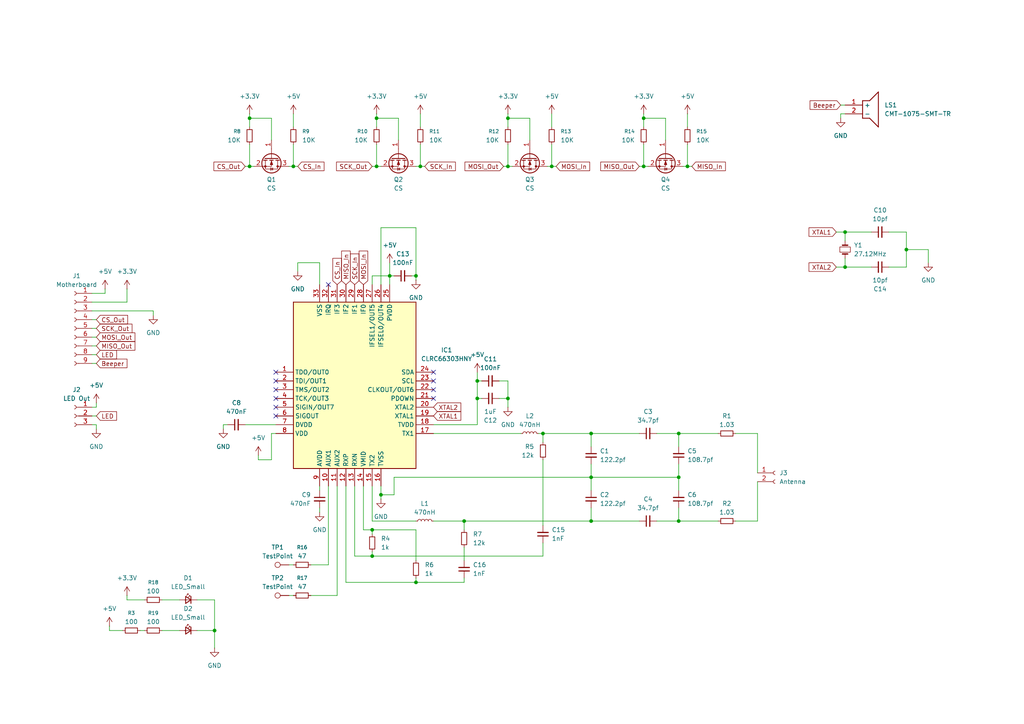
<source format=kicad_sch>
(kicad_sch (version 20250114) (generator "eeschema") (generator_version "9.0")
  (paper "A4")
  (lib_symbols
    (symbol "CLRC663:CLRC66303HNY"
      (property "Reference" "IC" (at 41.91 25.4 0))
      (property "Value" "CLRC66303HNY" (at 41.91 22.86 0))
      (symbol "CLRC66303HNY_1_1"
        (pin output line (at 0 0 0) (length 5.08) (name "TDO/OUT0") (number "1"))
        (pin input line (at 0 -2.54 0) (length 5.08) (name "TDI/OUT1") (number "2"))
        (pin input line (at 0 -5.08 0) (length 5.08) (name "TMS/OUT2") (number "3"))
        (pin input line (at 0 -7.62 0) (length 5.08) (name "TCK/OUT3") (number "4"))
        (pin bidirectional line (at 0 -10.16 0) (length 5.08) (name "SIGIN/OUT7") (number "5"))
        (pin output line (at 0 -12.7 0) (length 5.08) (name "SIGOUT") (number "6"))
        (pin power_in line (at 0 -15.24 0) (length 5.08) (name "DVDD") (number "7"))
        (pin power_in line (at 0 -17.78 0) (length 5.08) (name "VDD") (number "8"))
        (pin power_in line (at 12.7 25.4 270) (length 5.08) (name "VSS") (number "33"))
        (pin power_in line (at 12.7 -33.02 90) (length 5.08) (name "AVDD") (number "9"))
        (pin output line (at 15.24 25.4 270) (length 5.08) (name "IRQ") (number "32"))
        (pin output line (at 15.24 -33.02 90) (length 5.08) (name "AUX1") (number "10"))
        (pin bidirectional line (at 17.78 25.4 270) (length 5.08) (name "IF3") (number "31"))
        (pin output line (at 17.78 -33.02 90) (length 5.08) (name "AUX2") (number "11"))
        (pin bidirectional line (at 20.32 25.4 270) (length 5.08) (name "IF2") (number "30"))
        (pin input line (at 20.32 -33.02 90) (length 5.08) (name "RXP") (number "12"))
        (pin bidirectional line (at 22.86 25.4 270) (length 5.08) (name "IF1") (number "29"))
        (pin input line (at 22.86 -33.02 90) (length 5.08) (name "RXN") (number "13"))
        (pin bidirectional line (at 25.4 25.4 270) (length 5.08) (name "IF0") (number "28"))
        (pin power_in line (at 25.4 -33.02 90) (length 5.08) (name "VMID") (number "14"))
        (pin input line (at 27.94 25.4 270) (length 5.08) (name "IFSEL1/OUT5") (number "27"))
        (pin output line (at 27.94 -33.02 90) (length 5.08) (name "TX2") (number "15"))
        (pin input line (at 30.48 25.4 270) (length 5.08) (name "IFSEL0/OUT4") (number "26"))
        (pin power_in line (at 30.48 -33.02 90) (length 5.08) (name "TVSS") (number "16"))
        (pin power_in line (at 33.02 25.4 270) (length 5.08) (name "PVDD") (number "25"))
        (pin bidirectional line (at 45.72 0 180) (length 5.08) (name "SDA") (number "24"))
        (pin output line (at 45.72 -2.54 180) (length 5.08) (name "SCL") (number "23"))
        (pin output line (at 45.72 -5.08 180) (length 5.08) (name "CLKOUT/OUT6") (number "22"))
        (pin input line (at 45.72 -7.62 180) (length 5.08) (name "PDOWN") (number "21"))
        (pin input line (at 45.72 -10.16 180) (length 5.08) (name "XTAL2") (number "20"))
        (pin input line (at 45.72 -12.7 180) (length 5.08) (name "XTAL1") (number "19"))
        (pin power_in line (at 45.72 -15.24 180) (length 5.08) (name "TVDD") (number "18"))
        (pin output line (at 45.72 -17.78 180) (length 5.08) (name "TX1") (number "17"))
      )
    )
    (symbol "CMT-1075-SMT-TR:CMT-1075-SMT-TR"
      (property "Reference" "LS" (at 11.43 0 0))
      (property "Value" "CMT-1075-SMT-TR" (at 11.43 -2.54 0))
      (symbol "CMT-1075-SMT-TR_1_1"
        (pin passive line (at 0 0 0) (length 5.08) (name "+") (number "1"))
        (pin passive line (at 0 -2.54 0) (length 5.08) (name "-") (number "2"))
      )
    )
    (symbol "Connector:Conn_01x02_Socket" (pin_names (offset 1.016) (hide yes))
      (property "Reference" "J" (at 0 2.54 0))
      (property "Value" "Conn_01x02_Socket" (at 0 -5.08 0))
      (symbol "Conn_01x02_Socket_1_1"
        (pin passive line (at -5.08 0 0) (length 3.81) (name "Pin_1") (number "1"))
        (pin passive line (at -5.08 -2.54 0) (length 3.81) (name "Pin_2") (number "2"))
      )
    )
    (symbol "Connector:Conn_01x03_Socket" (pin_names (offset 1.016) (hide yes))
      (property "Reference" "J" (at 0 5.08 0))
      (property "Value" "Conn_01x03_Socket" (at 0 -5.08 0))
      (symbol "Conn_01x03_Socket_1_1"
        (pin passive line (at -5.08 2.54 0) (length 3.81) (name "Pin_1") (number "1"))
        (pin passive line (at -5.08 0 0) (length 3.81) (name "Pin_2") (number "2"))
        (pin passive line (at -5.08 -2.54 0) (length 3.81) (name "Pin_3") (number "3"))
      )
    )
    (symbol "Connector:Conn_01x09_Socket" (pin_names (offset 1.016) (hide yes))
      (property "Reference" "J" (at 0 12.7 0))
      (property "Value" "Conn_01x09_Socket" (at 0 -12.7 0))
      (symbol "Conn_01x09_Socket_1_1"
        (pin passive line (at -5.08 10.16 0) (length 3.81) (name "Pin_1") (number "1"))
        (pin passive line (at -5.08 7.62 0) (length 3.81) (name "Pin_2") (number "2"))
        (pin passive line (at -5.08 5.08 0) (length 3.81) (name "Pin_3") (number "3"))
        (pin passive line (at -5.08 2.54 0) (length 3.81) (name "Pin_4") (number "4"))
        (pin passive line (at -5.08 0 0) (length 3.81) (name "Pin_5") (number "5"))
        (pin passive line (at -5.08 -2.54 0) (length 3.81) (name "Pin_6") (number "6"))
        (pin passive line (at -5.08 -5.08 0) (length 3.81) (name "Pin_7") (number "7"))
        (pin passive line (at -5.08 -7.62 0) (length 3.81) (name "Pin_8") (number "8"))
        (pin passive line (at -5.08 -10.16 0) (length 3.81) (name "Pin_9") (number "9"))
      )
    )
    (symbol "Connector:TestPoint" (pin_numbers (hide yes)) (pin_names (offset 0.762) (hide yes))
      (property "Reference" "TP" (at 0 6.858 0))
      (property "Value" "TestPoint" (at 0 5.08 0))
      (symbol "TestPoint_1_1"
        (pin passive line (at 0 0 90) (length 2.54) (name "1") (number "1"))
      )
    )
    (symbol "Device:C_Small" (pin_numbers (hide yes)) (pin_names (offset 0.254) (hide yes))
      (property "Reference" "C" (at 0.254 1.778 0))
      (property "Value" "C_Small" (at 0.254 -2.032 0))
      (symbol "C_Small_1_1"
        (pin passive line (at 0 2.54 270) (length 2.032) (name "~") (number "1"))
        (pin passive line (at 0 -2.54 90) (length 2.032) (name "~") (number "2"))
      )
    )
    (symbol "Device:Crystal_Small" (pin_numbers (hide yes)) (pin_names (offset 1.016) (hide yes))
      (property "Reference" "Y" (at 0 2.54 0))
      (property "Value" "Crystal_Small" (at 0 -2.54 0))
      (symbol "Crystal_Small_1_1"
        (pin passive line (at -2.54 0 0) (length 1.27) (name "1") (number "1"))
        (pin passive line (at 2.54 0 180) (length 1.27) (name "2") (number "2"))
      )
    )
    (symbol "Device:LED_Small" (pin_numbers (hide yes)) (pin_names (offset 0.254) (hide yes))
      (property "Reference" "D" (at -1.27 3.175 0))
      (property "Value" "LED_Small" (at -4.445 -2.54 0))
      (symbol "LED_Small_1_1"
        (pin passive line (at -2.54 0 0) (length 1.778) (name "K") (number "1"))
        (pin passive line (at 2.54 0 180) (length 1.778) (name "A") (number "2"))
      )
    )
    (symbol "Device:L_Small" (pin_numbers (hide yes)) (pin_names (offset 0.254) (hide yes))
      (property "Reference" "L" (at 0.762 1.016 0))
      (property "Value" "L_Small" (at 0.762 -1.016 0))
      (symbol "L_Small_1_1"
        (pin passive line (at 0 2.54 270) (length 0.508) (name "~") (number "1"))
        (pin passive line (at 0 -2.54 90) (length 0.508) (name "~") (number "2"))
      )
    )
    (symbol "Device:R_Small" (pin_numbers (hide yes)) (pin_names (offset 0.254) (hide yes))
      (property "Reference" "R" (at 0.762 0.508 0))
      (property "Value" "R_Small" (at 0.762 -1.016 0))
      (symbol "R_Small_1_1"
        (pin passive line (at 0 2.54 270) (length 0.762) (name "~") (number "1"))
        (pin passive line (at 0 -2.54 90) (length 0.762) (name "~") (number "2"))
      )
    )
    (symbol "R_Small_1" (pin_numbers (hide yes)) (pin_names (offset 0.254) (hide yes))
      (property "Reference" "R" (at 0 0 90))
      (property "Value" "R_Small" (at 1.778 0 90))
      (symbol "R_Small_1_1_1"
        (pin passive line (at 0 2.54 270) (length 0.762) (name "~") (number "1"))
        (pin passive line (at 0 -2.54 90) (length 0.762) (name "~") (number "2"))
      )
    )
    (symbol "R_Small_2" (pin_numbers (hide yes)) (pin_names (offset 0.254) (hide yes))
      (property "Reference" "R" (at 0 0 90))
      (property "Value" "R_Small" (at 1.778 0 90))
      (symbol "R_Small_2_1_1"
        (pin passive line (at 0 2.54 270) (length 0.762) (name "~") (number "1"))
        (pin passive line (at 0 -2.54 90) (length 0.762) (name "~") (number "2"))
      )
    )
    (symbol "R_Small_3" (pin_numbers (hide yes)) (pin_names (offset 0.254) (hide yes))
      (property "Reference" "R" (at 0 0 90))
      (property "Value" "R_Small" (at 1.778 0 90))
      (symbol "R_Small_3_1_1"
        (pin passive line (at 0 2.54 270) (length 0.762) (name "~") (number "1"))
        (pin passive line (at 0 -2.54 90) (length 0.762) (name "~") (number "2"))
      )
    )
    (symbol "Transistor_FET:BSS138" (pin_names (offset 0) (hide yes))
      (property "Reference" "Q" (at 5.08 1.905 0))
      (property "Value" "BSS138" (at 5.08 0 0))
      (symbol "BSS138_1_1"
        (pin input line (at -5.08 0 0) (length 2.54) (name "G") (number "1"))
        (pin passive line (at 2.54 5.08 270) (length 2.54) (name "D") (number "3"))
        (pin passive line (at 2.54 -5.08 90) (length 2.54) (name "S") (number "2"))
      )
    )
    (symbol "power:+3.3V" (power) (pin_numbers (hide yes)) (pin_names (offset 0) (hide yes))
      (property "Value" "+3.3V" (at 0 3.556 0))
      (symbol "+3.3V_1_1"
        (pin power_in line (at 0 0 90) (length 0) (name "~") (number "1"))
      )
    )
    (symbol "power:+5V" (power) (pin_numbers (hide yes)) (pin_names (offset 0) (hide yes))
      (property "Value" "+5V" (at 0 3.556 0))
      (symbol "+5V_1_1"
        (pin power_in line (at 0 0 90) (length 0) (name "~") (number "1"))
      )
    )
    (symbol "power:GND" (power) (pin_numbers (hide yes)) (pin_names (offset 0) (hide yes))
      (property "Value" "GND" (at 0 -3.81 0))
      (symbol "GND_1_1"
        (pin power_in line (at 0 0 270) (length 0) (name "~") (number "1"))
      )
    )
  )
  (junction (at 245.11 67.31))
  (junction (at 160.02 48.26))
  (junction (at 134.62 151.13))
  (junction (at 107.95 153.67))
  (junction (at 196.85 151.13))
  (junction (at 62.23 182.88))
  (junction (at 147.32 34.29))
  (junction (at 110.49 143.51))
  (junction (at 171.45 151.13))
  (junction (at 171.45 138.43))
  (junction (at 196.85 125.73))
  (junction (at 107.95 161.29))
  (junction (at 262.89 72.39))
  (junction (at 85.09 48.26))
  (junction (at 138.43 115.57))
  (junction (at 186.69 34.29))
  (junction (at 199.39 48.26))
  (junction (at 147.32 48.26))
  (junction (at 72.39 48.26))
  (junction (at 120.65 80.01))
  (junction (at 157.48 125.73))
  (junction (at 245.11 77.47))
  (junction (at 186.69 48.26))
  (junction (at 121.92 48.26))
  (junction (at 113.03 80.01))
  (junction (at 138.43 110.49))
  (junction (at 147.32 115.57))
  (junction (at 109.22 34.29))
  (junction (at 120.65 168.91))
  (junction (at 171.45 125.73))
  (junction (at 72.39 34.29))
  (junction (at 196.85 138.43))
  (junction (at 109.22 48.26))
  (no_connect (at 80.01 118.11))
  (no_connect (at 80.01 120.65))
  (no_connect (at 125.73 110.49))
  (no_connect (at 95.25 82.55))
  (no_connect (at 125.73 113.03))
  (no_connect (at 125.73 107.95))
  (no_connect (at 125.73 115.57))
  (no_connect (at 80.01 110.49))
  (no_connect (at 80.01 113.03))
  (no_connect (at 80.01 107.95))
  (no_connect (at 80.01 115.57))
  (wire (pts (xy 86.36 76.2) (xy 86.36 78.74)))
  (wire (pts (xy 245.11 77.47) (xy 252.73 77.47)))
  (wire (pts (xy 66.04 123.19) (xy 64.77 123.19)))
  (wire (pts (xy 199.39 48.26) (xy 200.66 48.26)))
  (wire (pts (xy 27.94 100.33) (xy 26.67 100.33)))
  (wire (pts (xy 196.85 134.62) (xy 196.85 138.43)))
  (wire (pts (xy 92.71 82.55) (xy 92.71 76.2)))
  (wire (pts (xy 147.32 41.91) (xy 147.32 48.26)))
  (wire (pts (xy 245.11 74.93) (xy 245.11 77.47)))
  (wire (pts (xy 27.94 95.25) (xy 26.67 95.25)))
  (wire (pts (xy 107.95 151.13) (xy 120.65 151.13)))
  (wire (pts (xy 27.94 97.79) (xy 26.67 97.79)))
  (wire (pts (xy 262.89 72.39) (xy 262.89 77.47)))
  (wire (pts (xy 138.43 115.57) (xy 139.7 115.57)))
  (wire (pts (xy 80.01 125.73) (xy 78.74 125.73)))
  (wire (pts (xy 213.36 151.13) (xy 219.71 151.13)))
  (wire (pts (xy 27.94 105.41) (xy 26.67 105.41)))
  (wire (pts (xy 26.67 85.09) (xy 30.48 85.09)))
  (wire (pts (xy 160.02 33.02) (xy 160.02 36.83)))
  (wire (pts (xy 120.65 168.91) (xy 134.62 168.91)))
  (wire (pts (xy 171.45 151.13) (xy 185.42 151.13)))
  (wire (pts (xy 83.82 163.83) (xy 85.09 163.83)))
  (wire (pts (xy 85.09 48.26) (xy 83.82 48.26)))
  (wire (pts (xy 92.71 76.2) (xy 86.36 76.2)))
  (wire (pts (xy 245.11 67.31) (xy 245.11 69.85)))
  (wire (pts (xy 121.92 48.26) (xy 123.19 48.26)))
  (wire (pts (xy 157.48 125.73) (xy 157.48 128.27)))
  (wire (pts (xy 269.24 72.39) (xy 262.89 72.39)))
  (wire (pts (xy 242.57 67.31) (xy 245.11 67.31)))
  (wire (pts (xy 157.48 125.73) (xy 171.45 125.73)))
  (wire (pts (xy 78.74 125.73) (xy 78.74 133.35)))
  (wire (pts (xy 125.73 151.13) (xy 134.62 151.13)))
  (wire (pts (xy 26.67 123.19) (xy 27.94 123.19)))
  (wire (pts (xy 171.45 125.73) (xy 185.42 125.73)))
  (wire (pts (xy 72.39 34.29) (xy 72.39 36.83)))
  (wire (pts (xy 72.39 48.26) (xy 73.66 48.26)))
  (wire (pts (xy 85.09 33.02) (xy 85.09 36.83)))
  (wire (pts (xy 196.85 147.32) (xy 196.85 151.13)))
  (wire (pts (xy 120.65 167.64) (xy 120.65 168.91)))
  (wire (pts (xy 199.39 33.02) (xy 199.39 36.83)))
  (wire (pts (xy 160.02 41.91) (xy 160.02 48.26)))
  (wire (pts (xy 245.11 67.31) (xy 252.73 67.31)))
  (wire (pts (xy 85.09 48.26) (xy 86.36 48.26)))
  (wire (pts (xy 114.3 138.43) (xy 171.45 138.43)))
  (wire (pts (xy 110.49 144.78) (xy 110.49 143.51)))
  (wire (pts (xy 27.94 116.84) (xy 27.94 118.11)))
  (wire (pts (xy 157.48 157.48) (xy 157.48 161.29)))
  (wire (pts (xy 243.84 33.02) (xy 243.84 34.29)))
  (wire (pts (xy 156.21 125.73) (xy 157.48 125.73)))
  (wire (pts (xy 27.94 123.19) (xy 27.94 124.46)))
  (wire (pts (xy 90.17 172.72) (xy 97.79 172.72)))
  (wire (pts (xy 46.99 182.88) (xy 52.07 182.88)))
  (wire (pts (xy 114.3 138.43) (xy 114.3 143.51)))
  (wire (pts (xy 57.15 173.99) (xy 62.23 173.99)))
  (wire (pts (xy 157.48 133.35) (xy 157.48 152.4)))
  (wire (pts (xy 171.45 125.73) (xy 171.45 129.54)))
  (wire (pts (xy 113.03 76.2) (xy 113.03 80.01)))
  (wire (pts (xy 190.5 125.73) (xy 196.85 125.73)))
  (wire (pts (xy 92.71 147.32) (xy 92.71 148.59)))
  (wire (pts (xy 62.23 182.88) (xy 62.23 187.96)))
  (wire (pts (xy 160.02 48.26) (xy 161.29 48.26)))
  (wire (pts (xy 110.49 66.04) (xy 120.65 66.04)))
  (wire (pts (xy 160.02 48.26) (xy 158.75 48.26)))
  (wire (pts (xy 134.62 151.13) (xy 134.62 153.67)))
  (wire (pts (xy 85.09 41.91) (xy 85.09 48.26)))
  (wire (pts (xy 92.71 140.97) (xy 92.71 142.24)))
  (wire (pts (xy 134.62 158.75) (xy 134.62 162.56)))
  (wire (pts (xy 97.79 172.72) (xy 97.79 140.97)))
  (wire (pts (xy 27.94 120.65) (xy 26.67 120.65)))
  (wire (pts (xy 114.3 80.01) (xy 113.03 80.01)))
  (wire (pts (xy 146.05 48.26) (xy 147.32 48.26)))
  (wire (pts (xy 120.65 153.67) (xy 120.65 162.56)))
  (wire (pts (xy 36.83 173.99) (xy 36.83 172.72)))
  (wire (pts (xy 107.95 140.97) (xy 107.95 151.13)))
  (wire (pts (xy 245.11 33.02) (xy 243.84 33.02)))
  (wire (pts (xy 41.91 173.99) (xy 36.83 173.99)))
  (wire (pts (xy 153.67 40.64) (xy 153.67 34.29)))
  (wire (pts (xy 107.95 82.55) (xy 107.95 80.01)))
  (wire (pts (xy 102.87 140.97) (xy 102.87 161.29)))
  (wire (pts (xy 102.87 161.29) (xy 107.95 161.29)))
  (wire (pts (xy 115.57 40.64) (xy 115.57 34.29)))
  (wire (pts (xy 105.41 153.67) (xy 107.95 153.67)))
  (wire (pts (xy 243.84 30.48) (xy 245.11 30.48)))
  (wire (pts (xy 121.92 41.91) (xy 121.92 48.26)))
  (wire (pts (xy 107.95 48.26) (xy 109.22 48.26)))
  (wire (pts (xy 147.32 34.29) (xy 147.32 36.83)))
  (wire (pts (xy 30.48 85.09) (xy 30.48 83.82)))
  (wire (pts (xy 196.85 125.73) (xy 208.28 125.73)))
  (wire (pts (xy 171.45 134.62) (xy 171.45 138.43)))
  (wire (pts (xy 171.45 147.32) (xy 171.45 151.13)))
  (wire (pts (xy 107.95 153.67) (xy 120.65 153.67)))
  (wire (pts (xy 257.81 67.31) (xy 262.89 67.31)))
  (wire (pts (xy 186.69 41.91) (xy 186.69 48.26)))
  (wire (pts (xy 125.73 125.73) (xy 151.13 125.73)))
  (wire (pts (xy 138.43 115.57) (xy 138.43 110.49)))
  (wire (pts (xy 109.22 34.29) (xy 109.22 36.83)))
  (wire (pts (xy 190.5 151.13) (xy 196.85 151.13)))
  (wire (pts (xy 72.39 41.91) (xy 72.39 48.26)))
  (wire (pts (xy 100.33 140.97) (xy 100.33 168.91)))
  (wire (pts (xy 100.33 168.91) (xy 120.65 168.91)))
  (wire (pts (xy 193.04 40.64) (xy 193.04 34.29)))
  (wire (pts (xy 153.67 34.29) (xy 147.32 34.29)))
  (wire (pts (xy 193.04 34.29) (xy 186.69 34.29)))
  (wire (pts (xy 105.41 140.97) (xy 105.41 153.67)))
  (wire (pts (xy 196.85 151.13) (xy 208.28 151.13)))
  (wire (pts (xy 196.85 138.43) (xy 196.85 142.24)))
  (wire (pts (xy 219.71 139.7) (xy 219.71 151.13)))
  (wire (pts (xy 120.65 66.04) (xy 120.65 80.01)))
  (wire (pts (xy 78.74 34.29) (xy 72.39 34.29)))
  (wire (pts (xy 171.45 138.43) (xy 171.45 142.24)))
  (wire (pts (xy 46.99 173.99) (xy 52.07 173.99)))
  (wire (pts (xy 147.32 118.11) (xy 147.32 115.57)))
  (wire (pts (xy 107.95 160.02) (xy 107.95 161.29)))
  (wire (pts (xy 110.49 140.97) (xy 110.49 143.51)))
  (wire (pts (xy 171.45 138.43) (xy 196.85 138.43)))
  (wire (pts (xy 40.64 182.88) (xy 41.91 182.88)))
  (wire (pts (xy 138.43 123.19) (xy 138.43 115.57)))
  (wire (pts (xy 144.78 110.49) (xy 147.32 110.49)))
  (wire (pts (xy 64.77 123.19) (xy 64.77 124.46)))
  (wire (pts (xy 147.32 110.49) (xy 147.32 115.57)))
  (wire (pts (xy 62.23 173.99) (xy 62.23 182.88)))
  (wire (pts (xy 27.94 102.87) (xy 26.67 102.87)))
  (wire (pts (xy 185.42 48.26) (xy 186.69 48.26)))
  (wire (pts (xy 26.67 90.17) (xy 44.45 90.17)))
  (wire (pts (xy 121.92 33.02) (xy 121.92 36.83)))
  (wire (pts (xy 125.73 123.19) (xy 138.43 123.19)))
  (wire (pts (xy 71.12 123.19) (xy 80.01 123.19)))
  (wire (pts (xy 71.12 48.26) (xy 72.39 48.26)))
  (wire (pts (xy 31.75 182.88) (xy 31.75 181.61)))
  (wire (pts (xy 186.69 33.02) (xy 186.69 34.29)))
  (wire (pts (xy 78.74 40.64) (xy 78.74 34.29)))
  (wire (pts (xy 199.39 41.91) (xy 199.39 48.26)))
  (wire (pts (xy 74.93 133.35) (xy 74.93 132.08)))
  (wire (pts (xy 109.22 48.26) (xy 110.49 48.26)))
  (wire (pts (xy 36.83 87.63) (xy 36.83 83.82)))
  (wire (pts (xy 110.49 82.55) (xy 110.49 66.04)))
  (wire (pts (xy 186.69 34.29) (xy 186.69 36.83)))
  (wire (pts (xy 57.15 182.88) (xy 62.23 182.88)))
  (wire (pts (xy 262.89 77.47) (xy 257.81 77.47)))
  (wire (pts (xy 199.39 48.26) (xy 198.12 48.26)))
  (wire (pts (xy 83.82 172.72) (xy 85.09 172.72)))
  (wire (pts (xy 196.85 125.73) (xy 196.85 129.54)))
  (wire (pts (xy 147.32 115.57) (xy 144.78 115.57)))
  (wire (pts (xy 134.62 151.13) (xy 171.45 151.13)))
  (wire (pts (xy 27.94 118.11) (xy 26.67 118.11)))
  (wire (pts (xy 110.49 143.51) (xy 114.3 143.51)))
  (wire (pts (xy 44.45 90.17) (xy 44.45 91.44)))
  (wire (pts (xy 78.74 133.35) (xy 74.93 133.35)))
  (wire (pts (xy 107.95 161.29) (xy 157.48 161.29)))
  (wire (pts (xy 138.43 110.49) (xy 138.43 107.95)))
  (wire (pts (xy 115.57 34.29) (xy 109.22 34.29)))
  (wire (pts (xy 219.71 125.73) (xy 219.71 137.16)))
  (wire (pts (xy 213.36 125.73) (xy 219.71 125.73)))
  (wire (pts (xy 72.39 33.02) (xy 72.39 34.29)))
  (wire (pts (xy 113.03 80.01) (xy 113.03 82.55)))
  (wire (pts (xy 27.94 92.71) (xy 26.67 92.71)))
  (wire (pts (xy 107.95 153.67) (xy 107.95 154.94)))
  (wire (pts (xy 147.32 48.26) (xy 148.59 48.26)))
  (wire (pts (xy 95.25 163.83) (xy 90.17 163.83)))
  (wire (pts (xy 95.25 140.97) (xy 95.25 163.83)))
  (wire (pts (xy 109.22 41.91) (xy 109.22 48.26)))
  (wire (pts (xy 107.95 80.01) (xy 113.03 80.01)))
  (wire (pts (xy 242.57 77.47) (xy 245.11 77.47)))
  (wire (pts (xy 269.24 76.2) (xy 269.24 72.39)))
  (wire (pts (xy 138.43 110.49) (xy 139.7 110.49)))
  (wire (pts (xy 134.62 167.64) (xy 134.62 168.91)))
  (wire (pts (xy 26.67 87.63) (xy 36.83 87.63)))
  (wire (pts (xy 147.32 33.02) (xy 147.32 34.29)))
  (wire (pts (xy 109.22 33.02) (xy 109.22 34.29)))
  (wire (pts (xy 186.69 48.26) (xy 187.96 48.26)))
  (wire (pts (xy 31.75 182.88) (xy 35.56 182.88)))
  (wire (pts (xy 121.92 48.26) (xy 120.65 48.26)))
  (wire (pts (xy 120.65 81.28) (xy 120.65 80.01)))
  (wire (pts (xy 120.65 80.01) (xy 119.38 80.01)))
  (wire (pts (xy 262.89 67.31) (xy 262.89 72.39)))
  (global_label "XTAL2" (shape input) (at 242.57 77.47 180) (property "Intersheetrefs" "${INTERSHEET_REFS}" (effects (hide yes))))
  (global_label "Beeper" (shape input) (at 243.84 30.48 180) (property "Intersheetrefs" "${INTERSHEET_REFS}" (effects (hide yes))))
  (global_label "Beeper" (shape input) (at 27.94 105.41 0) (property "Intersheetrefs" "${INTERSHEET_REFS}" (effects (hide yes))))
  (global_label "SCK_Out" (shape input) (at 27.94 95.25 0) (property "Intersheetrefs" "${INTERSHEET_REFS}" (effects (hide yes))))
  (global_label "SCK_In" (shape input) (at 102.87 82.55 90) (property "Intersheetrefs" "${INTERSHEET_REFS}" (effects (hide yes))))
  (global_label "LED" (shape input) (at 27.94 102.87 0) (property "Intersheetrefs" "${INTERSHEET_REFS}" (effects (hide yes))))
  (global_label "XTAL1" (shape input) (at 125.73 120.65 0) (property "Intersheetrefs" "${INTERSHEET_REFS}" (effects (hide yes))))
  (global_label "MOSI_In" (shape input) (at 161.29 48.26 0) (property "Intersheetrefs" "${INTERSHEET_REFS}" (effects (hide yes))))
  (global_label "CS_In" (shape input) (at 97.79 82.55 90) (property "Intersheetrefs" "${INTERSHEET_REFS}" (effects (hide yes))))
  (global_label "XTAL1" (shape input) (at 242.57 67.31 180) (property "Intersheetrefs" "${INTERSHEET_REFS}" (effects (hide yes))))
  (global_label "SCK_In" (shape input) (at 123.19 48.26 0) (property "Intersheetrefs" "${INTERSHEET_REFS}" (effects (hide yes))))
  (global_label "CS_Out" (shape input) (at 71.12 48.26 180) (property "Intersheetrefs" "${INTERSHEET_REFS}" (effects (hide yes))))
  (global_label "MOSI_Out" (shape input) (at 146.05 48.26 180) (property "Intersheetrefs" "${INTERSHEET_REFS}" (effects (hide yes))))
  (global_label "MISO_In" (shape input) (at 100.33 82.55 90) (property "Intersheetrefs" "${INTERSHEET_REFS}" (effects (hide yes))))
  (global_label "SCK_Out" (shape input) (at 107.95 48.26 180) (property "Intersheetrefs" "${INTERSHEET_REFS}" (effects (hide yes))))
  (global_label "XTAL2" (shape input) (at 125.73 118.11 0) (property "Intersheetrefs" "${INTERSHEET_REFS}" (effects (hide yes))))
  (global_label "CS_In" (shape input) (at 86.36 48.26 0) (property "Intersheetrefs" "${INTERSHEET_REFS}" (effects (hide yes))))
  (global_label "CS_Out" (shape input) (at 27.94 92.71 0) (property "Intersheetrefs" "${INTERSHEET_REFS}" (effects (hide yes))))
  (global_label "MOSI_Out" (shape input) (at 27.94 97.79 0) (property "Intersheetrefs" "${INTERSHEET_REFS}" (effects (hide yes))))
  (global_label "MISO_Out" (shape input) (at 27.94 100.33 0) (property "Intersheetrefs" "${INTERSHEET_REFS}" (effects (hide yes))))
  (global_label "LED" (shape input) (at 27.94 120.65 0) (property "Intersheetrefs" "${INTERSHEET_REFS}" (effects (hide yes))))
  (global_label "MISO_In" (shape input) (at 200.66 48.26 0) (property "Intersheetrefs" "${INTERSHEET_REFS}" (effects (hide yes))))
  (global_label "MOSI_In" (shape input) (at 105.41 82.55 90) (property "Intersheetrefs" "${INTERSHEET_REFS}" (effects (hide yes))))
  (global_label "MISO_Out" (shape input) (at 185.42 48.26 180) (property "Intersheetrefs" "${INTERSHEET_REFS}" (effects (hide yes))))
  (symbol (lib_id "power:GND") (at 27.94 124.46 0) (unit 1)
    (property "Reference" "#PWR09" (effects (hide yes)))
    (property "Value" "GND" (at 27.94 129.54 0))
    (property "Description" "Power symbol creates a global label with name \"GND\" , ground" (effects (hide yes)))
  )
  (symbol (lib_id "Device:R_Small") (at 107.95 157.48 180) (unit 1)
    (property "Reference" "R4" (at 110.49 156.2099 0) (effects (justify right)))
    (property "Value" "1k" (at 110.49 158.7499 0) (effects (justify right)))
    (property "Footprint" "Resistor_SMD:R_0805_2012Metric_Pad1.20x1.40mm_HandSolder" (effects (hide yes)))
    (property "Datasheet" "https://www.mouser.com/ProductDetail/Vishay/TNPW08051K00FEEA?qs=4CveT0Ftx0oXPRWW%252BDtRJw%3D%3D" (effects (hide yes)))
    (property "Description" "Resistor, small symbol" (effects (hide yes)))
  )
  (symbol (lib_id "Device:C_Small") (at 187.96 125.73 90) (unit 1)
    (property "Reference" "C3" (at 187.9663 119.38 90))
    (property "Value" "34.7pf" (at 187.9663 121.92 90))
    (property "Footprint" "Capacitor_SMD:C_0805_2012Metric_Pad1.18x1.45mm_HandSolder" (effects (hide yes)))
    (property "Datasheet" "https://www.mouser.com/ProductDetail/KEMET/C0805C330J5RACTU?qs=tkIRCsln7%2F6OV6BYW6dXyA%3D%3D" (effects (hide yes)))
    (property "Description" "Unpolarized capacitor, small symbol" (effects (hide yes)))
  )
  (symbol (lib_id "Device:L_Small") (at 123.19 151.13 90) (unit 1)
    (property "Reference" "L1" (at 123.19 146.05 90))
    (property "Value" "470nH" (at 123.19 148.59 90))
    (property "Footprint" "Inductor_SMD:L_0805_2012Metric_Pad1.15x1.40mm_HandSolder" (effects (hide yes)))
    (property "Datasheet" "https://www.mouser.com/ProductDetail/Eaton-Electronics/MCL2012V2-471-R?qs=uwxL4vQweFP%252B2BrSw%2Fj1Ew%3D%3D" (effects (hide yes)))
    (property "Description" "Inductor, small symbol" (effects (hide yes)))
  )
  (symbol (lib_id "Transistor_FET:BSS138") (at 153.67 45.72 270) (unit 1)
    (property "Reference" "Q3" (at 153.67 52.07 90))
    (property "Value" "CS" (at 153.67 54.61 90))
    (property "Footprint" "Package_TO_SOT_SMD:SOT-23" (effects (hide yes)))
    (property "Datasheet" "https://www.onsemi.com/pub/Collateral/BSS138-D.PDF" (effects (hide yes)))
    (property "Description" "50V Vds, 0.22A Id, N-Channel MOSFET, SOT-23" (effects (hide yes)))
  )
  (symbol (lib_id "power:GND") (at 110.49 144.78 0) (unit 1)
    (property "Reference" "#PWR020" (effects (hide yes)))
    (property "Value" "GND" (at 110.49 149.86 0))
    (property "Description" "Power symbol creates a global label with name \"GND\" , ground" (effects (hide yes)))
  )
  (symbol (lib_id "power:+5V") (at 138.43 107.95 0) (unit 1)
    (property "Reference" "#PWR015" (effects (hide yes)))
    (property "Value" "+5V" (at 138.43 102.87 0))
    (property "Description" "Power symbol creates a global label with name \"+5V\"" (effects (hide yes)))
  )
  (symbol (lib_id "Device:C_Small") (at 92.71 144.78 0) (mirror y) (unit 1)
    (property "Reference" "C9" (at 90.17 143.5162 0) (effects (justify left)))
    (property "Value" "470nF" (at 90.17 146.0562 0) (effects (justify left)))
    (property "Footprint" "Capacitor_SMD:C_0805_2012Metric_Pad1.18x1.45mm_HandSolder" (effects (hide yes)))
    (property "Datasheet" "https://www.mouser.com/ProductDetail/KEMET/C0805C474J5REC7210?qs=55YtniHzbhBIB%252B2OjgsYHA%3D%3D" (effects (hide yes)))
    (property "Description" "Unpolarized capacitor, small symbol" (effects (hide yes)))
  )
  (symbol (lib_id "power:GND") (at 86.36 78.74 0) (unit 1)
    (property "Reference" "#PWR017" (effects (hide yes)))
    (property "Value" "GND" (at 86.36 83.82 0))
    (property "Description" "Power symbol creates a global label with name \"GND\" , ground" (effects (hide yes)))
  )
  (symbol (lib_id "power:+5V") (at 27.94 116.84 0) (unit 1)
    (property "Reference" "#PWR08" (effects (hide yes)))
    (property "Value" "+5V" (at 27.94 111.76 0))
    (property "Description" "Power symbol creates a global label with name \"+5V\"" (effects (hide yes)))
  )
  (symbol (lib_id "Device:C_Small") (at 255.27 67.31 90) (unit 1)
    (property "Reference" "C10" (at 255.2763 60.96 90))
    (property "Value" "10pf" (at 255.2763 63.5 90))
    (property "Footprint" "Capacitor_SMD:C_0805_2012Metric_Pad1.18x1.45mm_HandSolder" (effects (hide yes)))
    (property "Datasheet" "https://www.mouser.com/ProductDetail/KEMET/C0805C100J5RACTU?qs=1JqqoYsYnNenNYMyFue%2FYw%3D%3D" (effects (hide yes)))
    (property "Description" "Unpolarized capacitor, small symbol" (effects (hide yes)))
  )
  (symbol (lib_id "power:+3.3V") (at 36.83 83.82 0) (unit 1)
    (property "Reference" "#PWR011" (effects (hide yes)))
    (property "Value" "+3.3V" (at 36.83 78.74 0))
    (property "Description" "Power symbol creates a global label with name \"+3.3V\"" (effects (hide yes)))
  )
  (symbol (lib_name "R_Small_1") (lib_id "Device:R_Small") (at 72.39 39.37 0) (unit 1)
    (property "Reference" "R8" (at 69.85 38.0999 0) (effects (font (size 1.016 1.016)) (justify right)))
    (property "Value" "10K" (at 69.85 40.6399 0) (effects (justify right)))
    (property "Footprint" "Resistor_SMD:R_0805_2012Metric_Pad1.20x1.40mm_HandSolder" (effects (hide yes)))
    (property "Datasheet" "https://www.mouser.com/ProductDetail/279-CPF0805F10KC1" (effects (hide yes)))
    (property "Description" "Resistor, small symbol" (effects (hide yes)))
  )
  (symbol (lib_name "R_Small_1") (lib_id "Device:R_Small") (at 85.09 39.37 0) (mirror y) (unit 1)
    (property "Reference" "R9" (at 87.63 38.0999 0) (effects (font (size 1.016 1.016)) (justify right)))
    (property "Value" "10K" (at 87.63 40.6399 0) (effects (justify right)))
    (property "Footprint" "Resistor_SMD:R_0805_2012Metric_Pad1.20x1.40mm_HandSolder" (effects (hide yes)))
    (property "Datasheet" "https://www.mouser.com/ProductDetail/279-CPF0805F10KC1" (effects (hide yes)))
    (property "Description" "Resistor, small symbol" (effects (hide yes)))
  )
  (symbol (lib_id "power:GND") (at 120.65 81.28 0) (unit 1)
    (property "Reference" "#PWR019" (effects (hide yes)))
    (property "Value" "GND" (at 120.65 86.36 0))
    (property "Description" "Power symbol creates a global label with name \"GND\" , ground" (effects (hide yes)))
  )
  (symbol (lib_id "power:+3.3V") (at 36.83 172.72 0) (unit 1)
    (property "Reference" "#PWR028" (effects (hide yes)))
    (property "Value" "+3.3V" (at 36.83 167.64 0))
    (property "Description" "Power symbol creates a global label with name \"+3.3V\"" (effects (hide yes)))
  )
  (symbol (lib_id "Transistor_FET:BSS138") (at 78.74 45.72 270) (unit 1)
    (property "Reference" "Q1" (at 78.74 52.07 90))
    (property "Value" "CS" (at 78.74 54.61 90))
    (property "Footprint" "Package_TO_SOT_SMD:SOT-23" (effects (hide yes)))
    (property "Datasheet" "https://www.onsemi.com/pub/Collateral/BSS138-D.PDF" (effects (hide yes)))
    (property "Description" "50V Vds, 0.22A Id, N-Channel MOSFET, SOT-23" (effects (hide yes)))
  )
  (symbol (lib_id "Transistor_FET:BSS138") (at 115.57 45.72 270) (unit 1)
    (property "Reference" "Q2" (at 115.57 52.07 90))
    (property "Value" "CS" (at 115.57 54.61 90))
    (property "Footprint" "Package_TO_SOT_SMD:SOT-23" (effects (hide yes)))
    (property "Datasheet" "https://www.onsemi.com/pub/Collateral/BSS138-D.PDF" (effects (hide yes)))
    (property "Description" "50V Vds, 0.22A Id, N-Channel MOSFET, SOT-23" (effects (hide yes)))
  )
  (symbol (lib_id "power:GND") (at 92.71 148.59 0) (unit 1)
    (property "Reference" "#PWR03" (effects (hide yes)))
    (property "Value" "GND" (at 92.71 153.67 0))
    (property "Description" "Power symbol creates a global label with name \"GND\" , ground" (effects (hide yes)))
  )
  (symbol (lib_id "power:+5V") (at 160.02 33.02 0) (unit 1)
    (property "Reference" "#PWR025" (effects (hide yes)))
    (property "Value" "+5V" (at 160.02 27.94 0))
    (property "Description" "Power symbol creates a global label with name \"+5V\"" (effects (hide yes)))
  )
  (symbol (lib_name "R_Small_3") (lib_id "Device:R_Small") (at 44.45 182.88 90) (unit 1)
    (property "Reference" "R19" (at 44.45 177.8 90) (effects (font (size 1.016 1.016))))
    (property "Value" "100" (at 44.45 180.34 90))
    (property "Footprint" "Resistor_SMD:R_0805_2012Metric_Pad1.20x1.40mm_HandSolder" (effects (hide yes)))
    (property "Datasheet" "https://www.mouser.com/ProductDetail/Panasonic/ERA-6AEB101V?qs=1VWA5LkbEao8sH84VneDFA%3D%3D" (effects (hide yes)))
    (property "Description" "Resistor, small symbol" (effects (hide yes)))
  )
  (symbol (lib_id "Device:LED_Small") (at 54.61 182.88 0) (mirror y) (unit 1)
    (property "Reference" "D2" (at 54.5465 176.53 0))
    (property "Value" "LED_Small" (at 54.5465 179.07 0))
    (property "Footprint" "LED_SMD:LED_0805_2012Metric_Pad1.15x1.40mm_HandSolder" (effects (hide yes)))
    (property "Datasheet" "https://www.mouser.com/ProductDetail/Kingbright/APT2012PGW?qs=sGAEpiMZZMvVL5Kk7ZYykdz0UeQSxyTlrYah0Y9rf3M%3D" (effects (hide yes)))
    (property "Description" "Light emitting diode, small symbol" (effects (hide yes)))
    (property "Sim.Pin" "1=K 2=A" (effects (hide yes)))
  )
  (symbol (lib_id "power:GND") (at 243.84 34.29 0) (unit 1)
    (property "Reference" "#PWR021" (effects (hide yes)))
    (property "Value" "GND" (at 243.84 39.37 0))
    (property "Description" "Power symbol creates a global label with name \"GND\" , ground" (effects (hide yes)))
  )
  (symbol (lib_name "R_Small_1") (lib_id "Device:R_Small") (at 199.39 39.37 0) (mirror y) (unit 1)
    (property "Reference" "R15" (at 201.93 38.0999 0) (effects (font (size 1.016 1.016)) (justify right)))
    (property "Value" "10K" (at 201.93 40.6399 0) (effects (justify right)))
    (property "Footprint" "Resistor_SMD:R_0805_2012Metric_Pad1.20x1.40mm_HandSolder" (effects (hide yes)))
    (property "Datasheet" "https://www.mouser.com/ProductDetail/279-CPF0805F10KC1" (effects (hide yes)))
    (property "Description" "Resistor, small symbol" (effects (hide yes)))
  )
  (symbol (lib_id "CMT-1075-SMT-TR:CMT-1075-SMT-TR") (at 245.11 30.48 0) (unit 1)
    (property "Reference" "LS1" (at 256.54 30.4799 0) (effects (justify left)))
    (property "Value" "CMT-1075-SMT-TR" (at 256.54 33.0199 0) (effects (justify left)))
    (property "Footprint" "CMT1075SMTTR" (effects (hide yes)))
    (property "Datasheet" "https://www.sameskydevices.com/product/resource/cmt-1075-smt-tr.pdf" (effects (hide yes)))
    (property "Description" "10 mm, 25 V, 75 dB, Surface Mount (SMT), Piezo Audio Transducer Buzzer" (effects (hide yes)))
    (property "Height" "3.6" (effects (hide yes)))
    (property "Mouser Part Number" "490-CMT-1075-SMT-TR" (effects (hide yes)))
    (property "Mouser Price/Stock" "https://www.mouser.co.uk/ProductDetail/Same-Sky/CMT-1075-SMT-TR?qs=WyjlAZoYn50V549TUJy5UQ%3D%3D" (effects (hide yes)))
    (property "Manufacturer_Name" "Same Sky" (effects (hide yes)))
    (property "Manufacturer_Part_Number" "CMT-1075-SMT-TR" (effects (hide yes)))
  )
  (symbol (lib_id "Device:R_Small") (at 210.82 151.13 90) (unit 1)
    (property "Reference" "R2" (at 210.82 146.05 90))
    (property "Value" "1.03" (at 210.82 148.59 90))
    (property "Footprint" "Resistor_SMD:R_0805_2012Metric_Pad1.20x1.40mm_HandSolder" (effects (hide yes)))
    (property "Datasheet" "https://www.mouser.com/ProductDetail/Vishay-Beyschlag/MCU08050C1008FP500?qs=hjSuqQECij8hNoM91KSgNA%3D%3D" (effects (hide yes)))
    (property "Description" "Resistor, small symbol" (effects (hide yes)))
  )
  (symbol (lib_id "power:+5V") (at 113.03 76.2 0) (unit 1)
    (property "Reference" "#PWR07" (effects (hide yes)))
    (property "Value" "+5V" (at 113.03 71.12 0))
    (property "Description" "Power symbol creates a global label with name \"+5V\"" (effects (hide yes)))
  )
  (symbol (lib_id "Device:L_Small") (at 153.67 125.73 90) (unit 1)
    (property "Reference" "L2" (at 153.67 120.65 90))
    (property "Value" "470nH" (at 153.67 123.19 90))
    (property "Footprint" "Inductor_SMD:L_0805_2012Metric_Pad1.15x1.40mm_HandSolder" (effects (hide yes)))
    (property "Datasheet" "https://www.mouser.com/ProductDetail/Eaton-Electronics/MCL2012V2-471-R?qs=uwxL4vQweFP%252B2BrSw%2Fj1Ew%3D%3D" (effects (hide yes)))
    (property "Description" "Inductor, small symbol" (effects (hide yes)))
  )
  (symbol (lib_id "power:+5V") (at 31.75 181.61 0) (unit 1)
    (property "Reference" "#PWR029" (effects (hide yes)))
    (property "Value" "+5V" (at 31.75 176.53 0))
    (property "Description" "Power symbol creates a global label with name \"+5V\"" (effects (hide yes)))
  )
  (symbol (lib_id "power:+3.3V") (at 109.22 33.02 0) (unit 1)
    (property "Reference" "#PWR022" (effects (hide yes)))
    (property "Value" "+3.3V" (at 109.22 27.94 0))
    (property "Description" "Power symbol creates a global label with name \"+3.3V\"" (effects (hide yes)))
  )
  (symbol (lib_id "power:GND") (at 44.45 91.44 0) (unit 1)
    (property "Reference" "#PWR012" (effects (hide yes)))
    (property "Value" "GND" (at 44.45 96.52 0))
    (property "Description" "Power symbol creates a global label with name \"GND\" , ground" (effects (hide yes)))
  )
  (symbol (lib_id "Connector:Conn_01x09_Socket") (at 21.59 95.25 0) (mirror y) (unit 1)
    (property "Reference" "J1" (at 22.225 80.01 0))
    (property "Value" "Motherboard" (at 22.225 82.55 0))
    (property "Footprint" "Connector_PinHeader_2.54mm:PinHeader_1x09_P2.54mm_Vertical" (effects (hide yes)))
    (property "Description" "Generic connector, single row, 01x09, script generated" (effects (hide yes)))
  )
  (symbol (lib_id "Connector:TestPoint") (at 83.82 172.72 90) (unit 1)
    (property "Reference" "TP2" (at 80.518 167.64 90))
    (property "Value" "TestPoint" (at 80.518 170.18 90))
    (property "Footprint" "TestPoint:TestPoint_Pad_D2.5mm" (effects (hide yes)))
    (property "Description" "test point" (effects (hide yes)))
  )
  (symbol (lib_id "Device:C_Small") (at 116.84 80.01 90) (unit 1)
    (property "Reference" "C13" (at 116.8463 73.66 90))
    (property "Value" "100nF" (at 116.8463 76.2 90))
    (property "Footprint" "Capacitor_SMD:C_0805_2012Metric_Pad1.18x1.45mm_HandSolder" (effects (hide yes)))
    (property "Datasheet" "https://www.mouser.com/ProductDetail/KEMET/C0805C104J5RACTU?qs=gbgtKHXraGH15GhoNPXHBg%3D%3D" (effects (hide yes)))
    (property "Description" "Unpolarized capacitor, small symbol" (effects (hide yes)))
  )
  (symbol (lib_id "Device:C_Small") (at 171.45 132.08 0) (unit 1)
    (property "Reference" "C1" (at 173.99 130.8162 0) (effects (justify left)))
    (property "Value" "122.2pf" (at 173.99 133.3562 0) (effects (justify left)))
    (property "Footprint" "Capacitor_SMD:C_0805_2012Metric_Pad1.18x1.45mm_HandSolder" (effects (hide yes)))
    (property "Datasheet" "https://www.mouser.com/ProductDetail/KEMET/C0805C121J5RACTU?qs=1oZ34yXfdDShLl8GctHH3g%3D%3D" (effects (hide yes)))
    (property "Description" "Unpolarized capacitor, small symbol" (effects (hide yes)))
  )
  (symbol (lib_name "R_Small_3") (lib_id "Device:R_Small") (at 38.1 182.88 90) (unit 1)
    (property "Reference" "R3" (at 38.1 177.8 90) (effects (font (size 1.016 1.016))))
    (property "Value" "100" (at 38.1 180.34 90))
    (property "Footprint" "Resistor_SMD:R_0805_2012Metric_Pad1.20x1.40mm_HandSolder" (effects (hide yes)))
    (property "Datasheet" "https://www.mouser.com/ProductDetail/Panasonic/ERA-6AEB101V?qs=1VWA5LkbEao8sH84VneDFA%3D%3D" (effects (hide yes)))
    (property "Description" "Resistor, small symbol" (effects (hide yes)))
  )
  (symbol (lib_id "Device:C_Small") (at 255.27 77.47 270) (unit 1)
    (property "Reference" "C14" (at 255.2637 83.82 90))
    (property "Value" "10pf" (at 255.2637 81.28 90))
    (property "Footprint" "Capacitor_SMD:C_0805_2012Metric_Pad1.18x1.45mm_HandSolder" (effects (hide yes)))
    (property "Datasheet" "https://www.mouser.com/ProductDetail/KEMET/C0805C100J5RACTU?qs=1JqqoYsYnNenNYMyFue%2FYw%3D%3D" (effects (hide yes)))
    (property "Description" "Unpolarized capacitor, small symbol" (effects (hide yes)))
  )
  (symbol (lib_id "Device:R_Small") (at 157.48 130.81 0) (mirror x) (unit 1)
    (property "Reference" "R5" (at 154.94 129.5399 0) (effects (justify right)))
    (property "Value" "12k" (at 154.94 132.0799 0) (effects (justify right)))
    (property "Footprint" "Resistor_SMD:R_0805_2012Metric_Pad1.20x1.40mm_HandSolder" (effects (hide yes)))
    (property "Datasheet" "https://www.mouser.com/ProductDetail/Vishay-Beyschlag/MCU08050C1202FP500?qs=AQAM1KSmsrkMEKDulr6VYQ%3D%3D" (effects (hide yes)))
    (property "Description" "Resistor, small symbol" (effects (hide yes)))
  )
  (symbol (lib_id "Device:C_Small") (at 157.48 154.94 180) (unit 1)
    (property "Reference" "C15" (at 160.02 153.6635 0) (effects (justify right)))
    (property "Value" "1nF" (at 160.02 156.2035 0) (effects (justify right)))
    (property "Footprint" "Capacitor_SMD:C_0805_2012Metric_Pad1.18x1.45mm_HandSolder" (effects (hide yes)))
    (property "Datasheet" "https://www.mouser.com/ProductDetail/KYOCERA-AVX/08055C102JAT4A?qs=ykEKLGTiBcyfRhiaKOR2RA%3D%3D" (effects (hide yes)))
    (property "Description" "Unpolarized capacitor, small symbol" (effects (hide yes)))
  )
  (symbol (lib_id "Device:C_Small") (at 196.85 132.08 180) (unit 1)
    (property "Reference" "C5" (at 199.39 130.8035 0) (effects (justify right)))
    (property "Value" "108.7pf" (at 199.39 133.3435 0) (effects (justify right)))
    (property "Footprint" "Capacitor_SMD:C_0805_2012Metric_Pad1.18x1.45mm_HandSolder" (effects (hide yes)))
    (property "Datasheet" "https://www.mouser.com/ProductDetail/KYOCERA-AVX/08055C101JAT2A?qs=MSu0wYY2Hy%252BnoTEBdXqHHg%3D%3D" (effects (hide yes)))
    (property "Description" "Unpolarized capacitor, small symbol" (effects (hide yes)))
  )
  (symbol (lib_id "power:+5V") (at 30.48 83.82 0) (unit 1)
    (property "Reference" "#PWR010" (effects (hide yes)))
    (property "Value" "+5V" (at 30.48 78.74 0))
    (property "Description" "Power symbol creates a global label with name \"+5V\"" (effects (hide yes)))
  )
  (symbol (lib_name "R_Small_2") (lib_id "Device:R_Small") (at 87.63 172.72 90) (unit 1)
    (property "Reference" "R17" (at 87.63 167.64 90) (effects (font (size 1.016 1.016))))
    (property "Value" "47" (at 87.63 170.18 90))
    (property "Footprint" "Resistor_SMD:R_0805_2012Metric_Pad1.20x1.40mm_HandSolder" (effects (hide yes)))
    (property "Datasheet" "https://www.mouser.com/ProductDetail/Vishay-Beyschlag/MCU08050C4709FP500?qs=%2FeTQVLepegRmLXcCyNHU0A%3D%3D" (effects (hide yes)))
    (property "Description" "Resistor, small symbol" (effects (hide yes)))
  )
  (symbol (lib_id "Connector:Conn_01x02_Socket") (at 224.79 137.16 0) (unit 1)
    (property "Reference" "J3" (at 226.06 137.1599 0) (effects (justify left)))
    (property "Value" "Antenna" (at 226.06 139.6999 0) (effects (justify left)))
    (property "Footprint" "Connector_PinHeader_2.54mm:PinHeader_1x02_P2.54mm_Vertical" (effects (hide yes)))
    (property "Description" "Generic connector, single row, 01x02, script generated" (effects (hide yes)))
  )
  (symbol (lib_id "power:GND") (at 147.32 118.11 0) (unit 1)
    (property "Reference" "#PWR018" (effects (hide yes)))
    (property "Value" "GND" (at 147.32 123.19 0))
    (property "Description" "Power symbol creates a global label with name \"GND\" , ground" (effects (hide yes)))
  )
  (symbol (lib_id "Device:C_Small") (at 134.62 165.1 180) (unit 1)
    (property "Reference" "C16" (at 137.16 163.8235 0) (effects (justify right)))
    (property "Value" "1nF" (at 137.16 166.3635 0) (effects (justify right)))
    (property "Footprint" "Capacitor_SMD:C_0805_2012Metric_Pad1.18x1.45mm_HandSolder" (effects (hide yes)))
    (property "Datasheet" "https://www.mouser.com/ProductDetail/KYOCERA-AVX/08055C102JAT4A?qs=ykEKLGTiBcyfRhiaKOR2RA%3D%3D" (effects (hide yes)))
    (property "Description" "Unpolarized capacitor, small symbol" (effects (hide yes)))
  )
  (symbol (lib_name "R_Small_1") (lib_id "Device:R_Small") (at 186.69 39.37 0) (unit 1)
    (property "Reference" "R14" (at 184.15 38.0999 0) (effects (font (size 1.016 1.016)) (justify right)))
    (property "Value" "10K" (at 184.15 40.6399 0) (effects (justify right)))
    (property "Footprint" "Resistor_SMD:R_0805_2012Metric_Pad1.20x1.40mm_HandSolder" (effects (hide yes)))
    (property "Datasheet" "https://www.mouser.com/ProductDetail/279-CPF0805F10KC1" (effects (hide yes)))
    (property "Description" "Resistor, small symbol" (effects (hide yes)))
  )
  (symbol (lib_name "R_Small_1") (lib_id "Device:R_Small") (at 109.22 39.37 0) (unit 1)
    (property "Reference" "R10" (at 106.68 38.0999 0) (effects (font (size 1.016 1.016)) (justify right)))
    (property "Value" "10K" (at 106.68 40.6399 0) (effects (justify right)))
    (property "Footprint" "Resistor_SMD:R_0805_2012Metric_Pad1.20x1.40mm_HandSolder" (effects (hide yes)))
    (property "Datasheet" "https://www.mouser.com/ProductDetail/279-CPF0805F10KC1" (effects (hide yes)))
    (property "Description" "Resistor, small symbol" (effects (hide yes)))
  )
  (symbol (lib_id "Device:C_Small") (at 142.24 110.49 90) (unit 1)
    (property "Reference" "C11" (at 142.2463 104.14 90))
    (property "Value" "100nF" (at 142.2463 106.68 90))
    (property "Footprint" "Capacitor_SMD:C_0805_2012Metric_Pad1.18x1.45mm_HandSolder" (effects (hide yes)))
    (property "Datasheet" "https://www.mouser.com/ProductDetail/KEMET/C0805C104J5RACTU?qs=gbgtKHXraGH15GhoNPXHBg%3D%3D" (effects (hide yes)))
    (property "Description" "Unpolarized capacitor, small symbol" (effects (hide yes)))
  )
  (symbol (lib_id "power:+3.3V") (at 147.32 33.02 0) (unit 1)
    (property "Reference" "#PWR024" (effects (hide yes)))
    (property "Value" "+3.3V" (at 147.32 27.94 0))
    (property "Description" "Power symbol creates a global label with name \"+3.3V\"" (effects (hide yes)))
  )
  (symbol (lib_id "Device:R_Small") (at 134.62 156.21 180) (unit 1)
    (property "Reference" "R7" (at 137.16 154.9399 0) (effects (justify right)))
    (property "Value" "12k" (at 137.16 157.4799 0) (effects (justify right)))
    (property "Footprint" "Resistor_SMD:R_0805_2012Metric_Pad1.20x1.40mm_HandSolder" (effects (hide yes)))
    (property "Datasheet" "https://www.mouser.com/ProductDetail/Vishay-Beyschlag/MCU08050C1202FP500?qs=AQAM1KSmsrkMEKDulr6VYQ%3D%3D" (effects (hide yes)))
    (property "Description" "Resistor, small symbol" (effects (hide yes)))
  )
  (symbol (lib_id "Device:R_Small") (at 210.82 125.73 90) (unit 1)
    (property "Reference" "R1" (at 210.82 120.65 90))
    (property "Value" "1.03" (at 210.82 123.19 90))
    (property "Footprint" "Resistor_SMD:R_0805_2012Metric_Pad1.20x1.40mm_HandSolder" (effects (hide yes)))
    (property "Datasheet" "https://www.mouser.com/ProductDetail/Vishay-Beyschlag/MCU08050C1008FP500?qs=hjSuqQECij8hNoM91KSgNA%3D%3D" (effects (hide yes)))
    (property "Description" "Resistor, small symbol" (effects (hide yes)))
  )
  (symbol (lib_name "R_Small_2") (lib_id "Device:R_Small") (at 87.63 163.83 90) (unit 1)
    (property "Reference" "R16" (at 87.63 158.75 90) (effects (font (size 1.016 1.016))))
    (property "Value" "47" (at 87.63 161.29 90))
    (property "Footprint" "Resistor_SMD:R_0805_2012Metric_Pad1.20x1.40mm_HandSolder" (effects (hide yes)))
    (property "Datasheet" "https://www.mouser.com/ProductDetail/Vishay-Beyschlag/MCU08050C4709FP500?qs=%2FeTQVLepegRmLXcCyNHU0A%3D%3D" (effects (hide yes)))
    (property "Description" "Resistor, small symbol" (effects (hide yes)))
  )
  (symbol (lib_id "Device:C_Small") (at 187.96 151.13 90) (unit 1)
    (property "Reference" "C4" (at 187.9663 144.78 90))
    (property "Value" "34.7pf" (at 187.9663 147.32 90))
    (property "Footprint" "Capacitor_SMD:C_0805_2012Metric_Pad1.18x1.45mm_HandSolder" (effects (hide yes)))
    (property "Datasheet" "https://www.mouser.com/ProductDetail/KEMET/C0805C330J5RACTU?qs=tkIRCsln7%2F6OV6BYW6dXyA%3D%3D" (effects (hide yes)))
    (property "Description" "Unpolarized capacitor, small symbol" (effects (hide yes)))
  )
  (symbol (lib_id "Transistor_FET:BSS138") (at 193.04 45.72 270) (unit 1)
    (property "Reference" "Q4" (at 193.04 52.07 90))
    (property "Value" "CS" (at 193.04 54.61 90))
    (property "Footprint" "Package_TO_SOT_SMD:SOT-23" (effects (hide yes)))
    (property "Datasheet" "https://www.onsemi.com/pub/Collateral/BSS138-D.PDF" (effects (hide yes)))
    (property "Description" "50V Vds, 0.22A Id, N-Channel MOSFET, SOT-23" (effects (hide yes)))
  )
  (symbol (lib_id "Connector:TestPoint") (at 83.82 163.83 90) (unit 1)
    (property "Reference" "TP1" (at 80.518 158.75 90))
    (property "Value" "TestPoint" (at 80.518 161.29 90))
    (property "Footprint" "TestPoint:TestPoint_Pad_D2.5mm" (effects (hide yes)))
    (property "Description" "test point" (effects (hide yes)))
  )
  (symbol (lib_id "power:+3.3V") (at 72.39 33.02 0) (unit 1)
    (property "Reference" "#PWR014" (effects (hide yes)))
    (property "Value" "+3.3V" (at 72.39 27.94 0))
    (property "Description" "Power symbol creates a global label with name \"+3.3V\"" (effects (hide yes)))
  )
  (symbol (lib_id "Device:C_Small") (at 196.85 144.78 180) (unit 1)
    (property "Reference" "C6" (at 199.39 143.5035 0) (effects (justify right)))
    (property "Value" "108.7pf" (at 199.39 146.0435 0) (effects (justify right)))
    (property "Footprint" "Capacitor_SMD:C_0805_2012Metric_Pad1.18x1.45mm_HandSolder" (effects (hide yes)))
    (property "Datasheet" "https://www.mouser.com/ProductDetail/KYOCERA-AVX/08055C101JAT2A?qs=MSu0wYY2Hy%252BnoTEBdXqHHg%3D%3D" (effects (hide yes)))
    (property "Description" "Unpolarized capacitor, small symbol" (effects (hide yes)))
  )
  (symbol (lib_id "power:GND") (at 62.23 187.96 0) (unit 1)
    (property "Reference" "#PWR030" (effects (hide yes)))
    (property "Value" "GND" (at 62.23 193.04 0))
    (property "Description" "Power symbol creates a global label with name \"GND\" , ground" (effects (hide yes)))
  )
  (symbol (lib_id "Device:C_Small") (at 171.45 144.78 0) (unit 1)
    (property "Reference" "C2" (at 173.99 143.5162 0) (effects (justify left)))
    (property "Value" "122.2pf" (at 173.99 146.0562 0) (effects (justify left)))
    (property "Footprint" "Capacitor_SMD:C_0805_2012Metric_Pad1.18x1.45mm_HandSolder" (effects (hide yes)))
    (property "Datasheet" "https://www.mouser.com/ProductDetail/KEMET/C0805C121J5RACTU?qs=1oZ34yXfdDShLl8GctHH3g%3D%3D" (effects (hide yes)))
    (property "Description" "Unpolarized capacitor, small symbol" (effects (hide yes)))
  )
  (symbol (lib_id "power:+3.3V") (at 186.69 33.02 0) (unit 1)
    (property "Reference" "#PWR026" (effects (hide yes)))
    (property "Value" "+3.3V" (at 186.69 27.94 0))
    (property "Description" "Power symbol creates a global label with name \"+3.3V\"" (effects (hide yes)))
  )
  (symbol (lib_id "Device:R_Small") (at 120.65 165.1 180) (unit 1)
    (property "Reference" "R6" (at 123.19 163.8299 0) (effects (justify right)))
    (property "Value" "1k" (at 123.19 166.3699 0) (effects (justify right)))
    (property "Footprint" "Resistor_SMD:R_0805_2012Metric_Pad1.20x1.40mm_HandSolder" (effects (hide yes)))
    (property "Datasheet" "https://www.mouser.com/ProductDetail/Vishay/TNPW08051K00FEEA?qs=4CveT0Ftx0oXPRWW%252BDtRJw%3D%3D" (effects (hide yes)))
    (property "Description" "Resistor, small symbol" (effects (hide yes)))
  )
  (symbol (lib_id "CLRC663:CLRC66303HNY") (at 80.01 107.95 0) (unit 1)
    (property "Reference" "IC1" (at 129.54 101.5298 0))
    (property "Value" "CLRC66303HNY" (at 129.54 104.0698 0))
    (property "Footprint" "QFN50P500X500X100-33N" (effects (hide yes)))
    (property "Datasheet" "http://www.nxp.com/docs/en/data-sheet/SLRC610.pdf" (effects (hide yes)))
    (property "Description" "NXP - CLRC66303HNY - MULTI-PROTOCOL NFC FRONTEND, HVQFN-32" (effects (hide yes)))
    (property "Height" "1" (effects (hide yes)))
    (property "Mouser Part Number" "771-CLRC66303HNY" (effects (hide yes)))
    (property "Mouser Price/Stock" "https://www.mouser.co.uk/ProductDetail/NXP-Semiconductors/CLRC66303HNY?qs=gH1BdSMZm8V9YDgcadCntw%3D%3D" (effects (hide yes)))
    (property "Manufacturer_Name" "NXP" (effects (hide yes)))
    (property "Manufacturer_Part_Number" "CLRC66303HNY" (effects (hide yes)))
  )
  (symbol (lib_id "power:GND") (at 64.77 124.46 0) (unit 1)
    (property "Reference" "#PWR02" (effects (hide yes)))
    (property "Value" "GND" (at 64.77 129.54 0))
    (property "Description" "Power symbol creates a global label with name \"GND\" , ground" (effects (hide yes)))
  )
  (symbol (lib_id "Device:C_Small") (at 142.24 115.57 270) (unit 1)
    (property "Reference" "C12" (at 142.2337 121.92 90))
    (property "Value" "1uF" (at 142.2337 119.38 90))
    (property "Footprint" "Capacitor_SMD:C_0805_2012Metric_Pad1.18x1.45mm_HandSolder" (effects (hide yes)))
    (property "Datasheet" "https://www.mouser.com/ProductDetail/KYOCERA-AVX/KGM21AR71H105JU?qs=Jm2GQyTW%2Fbh7inVabJLI%2Fg%3D%3D" (effects (hide yes)))
    (property "Description" "Unpolarized capacitor, small symbol" (effects (hide yes)))
  )
  (symbol (lib_id "power:+5V") (at 74.93 132.08 0) (unit 1)
    (property "Reference" "#PWR06" (effects (hide yes)))
    (property "Value" "+5V" (at 74.93 127 0))
    (property "Description" "Power symbol creates a global label with name \"+5V\"" (effects (hide yes)))
  )
  (symbol (lib_id "power:+5V") (at 85.09 33.02 0) (unit 1)
    (property "Reference" "#PWR013" (effects (hide yes)))
    (property "Value" "+5V" (at 85.09 27.94 0))
    (property "Description" "Power symbol creates a global label with name \"+5V\"" (effects (hide yes)))
  )
  (symbol (lib_id "Device:C_Small") (at 68.58 123.19 90) (unit 1)
    (property "Reference" "C8" (at 68.5863 116.84 90))
    (property "Value" "470nF" (at 68.5863 119.38 90))
    (property "Footprint" "Capacitor_SMD:C_0805_2012Metric_Pad1.18x1.45mm_HandSolder" (effects (hide yes)))
    (property "Datasheet" "https://www.mouser.com/ProductDetail/KEMET/C0805C474J5REC7210?qs=55YtniHzbhBIB%252B2OjgsYHA%3D%3D" (effects (hide yes)))
    (property "Description" "Unpolarized capacitor, small symbol" (effects (hide yes)))
  )
  (symbol (lib_id "power:GND") (at 269.24 76.2 0) (unit 1)
    (property "Reference" "#PWR016" (effects (hide yes)))
    (property "Value" "GND" (at 269.24 81.28 0))
    (property "Description" "Power symbol creates a global label with name \"GND\" , ground" (effects (hide yes)))
  )
  (symbol (lib_name "R_Small_1") (lib_id "Device:R_Small") (at 160.02 39.37 0) (mirror y) (unit 1)
    (property "Reference" "R13" (at 162.56 38.0999 0) (effects (font (size 1.016 1.016)) (justify right)))
    (property "Value" "10K" (at 162.56 40.6399 0) (effects (justify right)))
    (property "Footprint" "Resistor_SMD:R_0805_2012Metric_Pad1.20x1.40mm_HandSolder" (effects (hide yes)))
    (property "Datasheet" "https://www.mouser.com/ProductDetail/279-CPF0805F10KC1" (effects (hide yes)))
    (property "Description" "Resistor, small symbol" (effects (hide yes)))
  )
  (symbol (lib_id "power:+5V") (at 121.92 33.02 0) (unit 1)
    (property "Reference" "#PWR023" (effects (hide yes)))
    (property "Value" "+5V" (at 121.92 27.94 0))
    (property "Description" "Power symbol creates a global label with name \"+5V\"" (effects (hide yes)))
  )
  (symbol (lib_name "R_Small_1") (lib_id "Device:R_Small") (at 147.32 39.37 0) (unit 1)
    (property "Reference" "R12" (at 144.78 38.0999 0) (effects (font (size 1.016 1.016)) (justify right)))
    (property "Value" "10K" (at 144.78 40.6399 0) (effects (justify right)))
    (property "Footprint" "Resistor_SMD:R_0805_2012Metric_Pad1.20x1.40mm_HandSolder" (effects (hide yes)))
    (property "Datasheet" "https://www.mouser.com/ProductDetail/279-CPF0805F10KC1" (effects (hide yes)))
    (property "Description" "Resistor, small symbol" (effects (hide yes)))
  )
  (symbol (lib_id "Device:LED_Small") (at 54.61 173.99 0) (mirror y) (unit 1)
    (property "Reference" "D1" (at 54.5465 167.64 0))
    (property "Value" "LED_Small" (at 54.5465 170.18 0))
    (property "Footprint" "LED_SMD:LED_0805_2012Metric_Pad1.15x1.40mm_HandSolder" (effects (hide yes)))
    (property "Datasheet" "https://www.mouser.com/ProductDetail/Kingbright/APT2012PGW?qs=sGAEpiMZZMvVL5Kk7ZYykdz0UeQSxyTlrYah0Y9rf3M%3D" (effects (hide yes)))
    (property "Description" "Light emitting diode, small symbol" (effects (hide yes)))
    (property "Sim.Pin" "1=K 2=A" (effects (hide yes)))
  )
  (symbol (lib_id "power:+5V") (at 199.39 33.02 0) (unit 1)
    (property "Reference" "#PWR027" (effects (hide yes)))
    (property "Value" "+5V" (at 199.39 27.94 0))
    (property "Description" "Power symbol creates a global label with name \"+5V\"" (effects (hide yes)))
  )
  (symbol (lib_name "R_Small_1") (lib_id "Device:R_Small") (at 121.92 39.37 0) (mirror y) (unit 1)
    (property "Reference" "R11" (at 124.46 38.0999 0) (effects (font (size 1.016 1.016)) (justify right)))
    (property "Value" "10K" (at 124.46 40.6399 0) (effects (justify right)))
    (property "Footprint" "Resistor_SMD:R_0805_2012Metric_Pad1.20x1.40mm_HandSolder" (effects (hide yes)))
    (property "Datasheet" "https://www.mouser.com/ProductDetail/279-CPF0805F10KC1" (effects (hide yes)))
    (property "Description" "Resistor, small symbol" (effects (hide yes)))
  )
  (symbol (lib_name "R_Small_3") (lib_id "Device:R_Small") (at 44.45 173.99 90) (unit 1)
    (property "Reference" "R18" (at 44.45 168.91 90) (effects (font (size 1.016 1.016))))
    (property "Value" "100" (at 44.45 171.45 90))
    (property "Footprint" "Resistor_SMD:R_0805_2012Metric_Pad1.20x1.40mm_HandSolder" (effects (hide yes)))
    (property "Datasheet" "https://www.mouser.com/ProductDetail/Panasonic/ERA-6AEB101V?qs=1VWA5LkbEao8sH84VneDFA%3D%3D" (effects (hide yes)))
    (property "Description" "Resistor, small symbol" (effects (hide yes)))
  )
  (symbol (lib_id "Device:Crystal_Small") (at 245.11 72.39 90) (unit 1)
    (property "Reference" "Y1" (at 247.65 71.1199 90) (effects (justify right)))
    (property "Value" "27.12MHz" (at 247.65 73.6599 90) (effects (justify right)))
    (property "Footprint" "Crystal:Crystal_SMD_3225-4Pin_3.2x2.5mm_HandSoldering" (effects (hide yes)))
    (property "Datasheet" "https://www.mouser.com/ProductDetail/Wurth-Elektronik/830106246109?qs=hWgE7mdIu5T9%252BKuBu%252B4coA%3D%3D" (effects (hide yes)))
    (property "Description" "Two pin crystal, small symbol" (effects (hide yes)))
  )
  (symbol (lib_id "Connector:Conn_01x03_Socket") (at 21.59 120.65 0) (mirror y) (unit 1)
    (property "Reference" "J2" (at 22.225 113.03 0))
    (property "Value" "LED Out" (at 22.225 115.57 0))
    (property "Footprint" "Connector_PinHeader_2.54mm:PinHeader_1x03_P2.54mm_Vertical" (effects (hide yes)))
    (property "Description" "Generic connector, single row, 01x03, script generated" (effects (hide yes)))
  )
)
</source>
